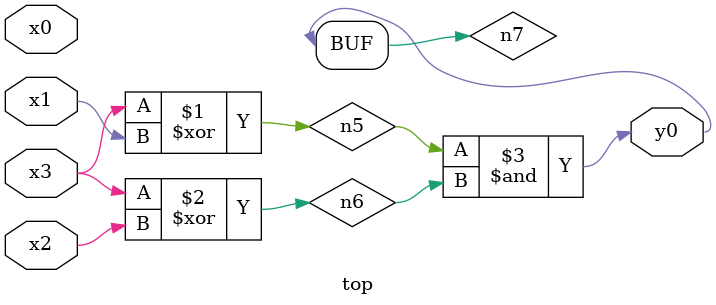
<source format=v>
module top( x0 , x1 , x2 , x3 , y0 );
  input x0 , x1 , x2 , x3 ;
  output y0 ;
  wire n5 , n6 , n7 ;
  assign n5 = x3 ^ x1 ;
  assign n6 = x3 ^ x2 ;
  assign n7 = n5 & n6 ;
  assign y0 = n7 ;
endmodule

</source>
